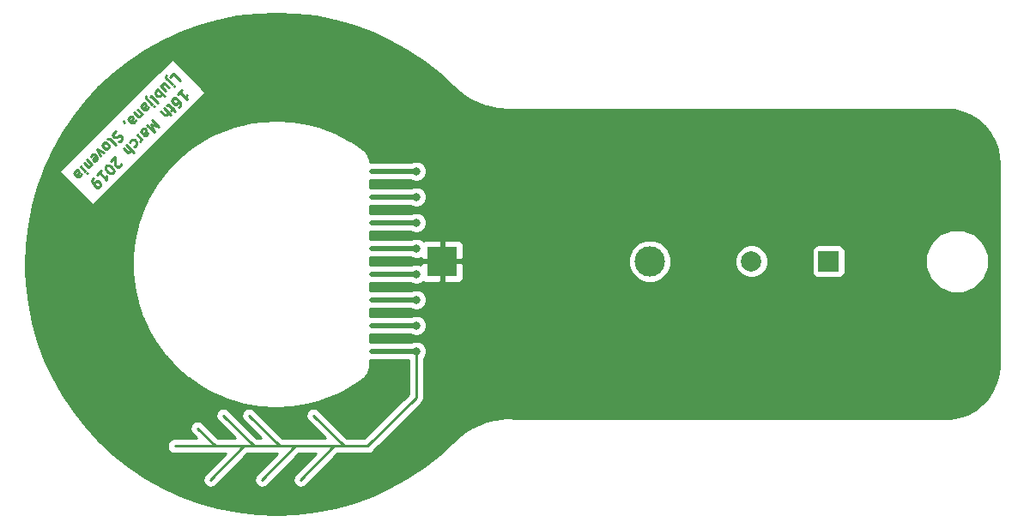
<source format=gtl>
G04 #@! TF.GenerationSoftware,KiCad,Pcbnew,(5.0.2)-1*
G04 #@! TF.CreationDate,2025-08-06T21:36:18+02:00*
G04 #@! TF.ProjectId,beerodul,62656572-6f64-4756-9c2e-6b696361645f,rev?*
G04 #@! TF.SameCoordinates,Original*
G04 #@! TF.FileFunction,Copper,L1,Top*
G04 #@! TF.FilePolarity,Positive*
%FSLAX46Y46*%
G04 Gerber Fmt 4.6, Leading zero omitted, Abs format (unit mm)*
G04 Created by KiCad (PCBNEW (5.0.2)-1) date 6. 08. 2025 21:36:18*
%MOMM*%
%LPD*%
G01*
G04 APERTURE LIST*
G04 #@! TA.AperFunction,NonConductor*
%ADD10C,0.250000*%
G04 #@! TD*
G04 #@! TA.AperFunction,ComponentPad*
%ADD11C,3.000000*%
G04 #@! TD*
G04 #@! TA.AperFunction,ComponentPad*
%ADD12R,3.000000X3.000000*%
G04 #@! TD*
G04 #@! TA.AperFunction,ComponentPad*
%ADD13R,2.000000X2.000000*%
G04 #@! TD*
G04 #@! TA.AperFunction,ComponentPad*
%ADD14C,2.000000*%
G04 #@! TD*
G04 #@! TA.AperFunction,ViaPad*
%ADD15C,0.800000*%
G04 #@! TD*
G04 #@! TA.AperFunction,Conductor*
%ADD16C,0.500000*%
G04 #@! TD*
G04 #@! TA.AperFunction,Conductor*
%ADD17C,0.250000*%
G04 #@! TD*
G04 #@! TA.AperFunction,Conductor*
%ADD18C,0.254000*%
G04 #@! TD*
G04 APERTURE END LIST*
D10*
X107276790Y-62230882D02*
X107680851Y-61826821D01*
X107478820Y-62028852D02*
X108185927Y-62735958D01*
X108152255Y-62567600D01*
X108152255Y-62432913D01*
X108185927Y-62331897D01*
X107377805Y-63544080D02*
X107512492Y-63409393D01*
X107546164Y-63308378D01*
X107546164Y-63241035D01*
X107512492Y-63072676D01*
X107411477Y-62904317D01*
X107142103Y-62634943D01*
X107041087Y-62601271D01*
X106973744Y-62601271D01*
X106872729Y-62634943D01*
X106738042Y-62769630D01*
X106704370Y-62870645D01*
X106704370Y-62937989D01*
X106738042Y-63039004D01*
X106906400Y-63207363D01*
X107007416Y-63241035D01*
X107074759Y-63241035D01*
X107175774Y-63207363D01*
X107310461Y-63072676D01*
X107344133Y-62971661D01*
X107344133Y-62904317D01*
X107310461Y-62803302D01*
X106872729Y-63577752D02*
X106603355Y-63847126D01*
X107007416Y-63914470D02*
X106401324Y-63308378D01*
X106300309Y-63274706D01*
X106199293Y-63308378D01*
X106131950Y-63375722D01*
X105896248Y-63611424D02*
X106603355Y-64318531D01*
X105593202Y-63914470D02*
X105963591Y-64284859D01*
X106064606Y-64318531D01*
X106165622Y-64284859D01*
X106266637Y-64183844D01*
X106300309Y-64082829D01*
X106300309Y-64015485D01*
X104717736Y-64789935D02*
X105424843Y-65497042D01*
X104684065Y-65227668D01*
X104953439Y-65968447D01*
X104246332Y-65261340D01*
X103606569Y-65901103D02*
X103976958Y-66271492D01*
X104077973Y-66305164D01*
X104178988Y-66271492D01*
X104313675Y-66136805D01*
X104347347Y-66035790D01*
X103640240Y-65934775D02*
X103673912Y-65833760D01*
X103842271Y-65665401D01*
X103943286Y-65631729D01*
X104044301Y-65665401D01*
X104111645Y-65732744D01*
X104145317Y-65833760D01*
X104111645Y-65934775D01*
X103943286Y-66103134D01*
X103909614Y-66204149D01*
X103269851Y-66237821D02*
X103741256Y-66709225D01*
X103606569Y-66574538D02*
X103640240Y-66675553D01*
X103640240Y-66742897D01*
X103606569Y-66843912D01*
X103539225Y-66911256D01*
X102562744Y-67012271D02*
X102596416Y-66911256D01*
X102731103Y-66776569D01*
X102832118Y-66742897D01*
X102899462Y-66742897D01*
X103000477Y-66776569D01*
X103202508Y-66978599D01*
X103236179Y-67079614D01*
X103236179Y-67146958D01*
X103202508Y-67247973D01*
X103067821Y-67382660D01*
X102966805Y-67416332D01*
X102226027Y-67281645D02*
X102933134Y-67988752D01*
X101922981Y-67584691D02*
X102293370Y-67955080D01*
X102394386Y-67988752D01*
X102495401Y-67955080D01*
X102596416Y-67854065D01*
X102630088Y-67753049D01*
X102630088Y-67685706D01*
X101720951Y-69066248D02*
X101720951Y-69133591D01*
X101687279Y-69234606D01*
X101518920Y-69402965D01*
X101417905Y-69436637D01*
X101350561Y-69436637D01*
X101249546Y-69402965D01*
X101182203Y-69335622D01*
X101114859Y-69200935D01*
X101114859Y-68392813D01*
X100677126Y-68830545D01*
X100946500Y-69975385D02*
X100879157Y-70042729D01*
X100778142Y-70076400D01*
X100710798Y-70076400D01*
X100609783Y-70042729D01*
X100441424Y-69941713D01*
X100273065Y-69773355D01*
X100172050Y-69604996D01*
X100138378Y-69503981D01*
X100138378Y-69436637D01*
X100172050Y-69335622D01*
X100239393Y-69268278D01*
X100340409Y-69234606D01*
X100407752Y-69234606D01*
X100508767Y-69268278D01*
X100677126Y-69369293D01*
X100845485Y-69537652D01*
X100946500Y-69706011D01*
X100980172Y-69807026D01*
X100980172Y-69874370D01*
X100946500Y-69975385D01*
X99330256Y-70177416D02*
X99734317Y-69773355D01*
X99532287Y-69975385D02*
X100239393Y-70682492D01*
X100205722Y-70514133D01*
X100205722Y-70379446D01*
X100239393Y-70278431D01*
X98993539Y-70514133D02*
X98858852Y-70648820D01*
X98825180Y-70749835D01*
X98825180Y-70817179D01*
X98858852Y-70985538D01*
X98959867Y-71153896D01*
X99229241Y-71423270D01*
X99330256Y-71456942D01*
X99397600Y-71456942D01*
X99498615Y-71423270D01*
X99633302Y-71288583D01*
X99666974Y-71187568D01*
X99666974Y-71120225D01*
X99633302Y-71019209D01*
X99464943Y-70850851D01*
X99363928Y-70817179D01*
X99296584Y-70817179D01*
X99195569Y-70850851D01*
X99060882Y-70985538D01*
X99027210Y-71086553D01*
X99027210Y-71153896D01*
X99060882Y-71254912D01*
X106493921Y-60538877D02*
X106830639Y-60202159D01*
X107537745Y-60909266D01*
X106729623Y-61245983D02*
X106123532Y-60639892D01*
X106089860Y-60538877D01*
X106123532Y-60437861D01*
X106157204Y-60404190D01*
X106965326Y-61481686D02*
X106965326Y-61414342D01*
X106897982Y-61414342D01*
X106897982Y-61481686D01*
X106965326Y-61481686D01*
X106897982Y-61414342D01*
X106089860Y-61885747D02*
X105618456Y-61414342D01*
X106392906Y-61582701D02*
X106022517Y-61212312D01*
X105921501Y-61178640D01*
X105820486Y-61212312D01*
X105719471Y-61313327D01*
X105685799Y-61414342D01*
X105685799Y-61481686D01*
X105281738Y-61751060D02*
X105988845Y-62458166D01*
X105719471Y-62188792D02*
X105685799Y-62289808D01*
X105551112Y-62424495D01*
X105450097Y-62458166D01*
X105382753Y-62458166D01*
X105281738Y-62424495D01*
X105079708Y-62222464D01*
X105046036Y-62121449D01*
X105046036Y-62054105D01*
X105079708Y-61953090D01*
X105214395Y-61818403D01*
X105315410Y-61784731D01*
X104540960Y-62491838D02*
X104641975Y-62458166D01*
X104742990Y-62491838D01*
X105349082Y-63097930D01*
X104742990Y-63232617D02*
X104136899Y-62626525D01*
X104103227Y-62525510D01*
X104136899Y-62424495D01*
X104170570Y-62390823D01*
X104978692Y-63468319D02*
X104978692Y-63400975D01*
X104911349Y-63400975D01*
X104911349Y-63468319D01*
X104978692Y-63468319D01*
X104911349Y-63400975D01*
X103631822Y-63400975D02*
X104002212Y-63771365D01*
X104103227Y-63805036D01*
X104204242Y-63771365D01*
X104338929Y-63636678D01*
X104372601Y-63535662D01*
X103665494Y-63434647D02*
X103699166Y-63333632D01*
X103867525Y-63165273D01*
X103968540Y-63131601D01*
X104069555Y-63165273D01*
X104136899Y-63232617D01*
X104170570Y-63333632D01*
X104136899Y-63434647D01*
X103968540Y-63603006D01*
X103934868Y-63704021D01*
X103766509Y-64209097D02*
X103295105Y-63737693D01*
X103699166Y-64141754D02*
X103699166Y-64209097D01*
X103665494Y-64310113D01*
X103564479Y-64411128D01*
X103463464Y-64444800D01*
X103362448Y-64411128D01*
X102992059Y-64040739D01*
X102352296Y-64680502D02*
X102722685Y-65050891D01*
X102823700Y-65084563D01*
X102924716Y-65050891D01*
X103059403Y-64916204D01*
X103093074Y-64815189D01*
X102385968Y-64714174D02*
X102419639Y-64613158D01*
X102587998Y-64444800D01*
X102689013Y-64411128D01*
X102790029Y-64444800D01*
X102857372Y-64512143D01*
X102891044Y-64613158D01*
X102857372Y-64714174D01*
X102689013Y-64882532D01*
X102655342Y-64983548D01*
X102015578Y-65084563D02*
X101981906Y-65050891D01*
X101948235Y-64949876D01*
X101948235Y-64882532D01*
X101207456Y-65892685D02*
X101072769Y-65960029D01*
X100904410Y-66128387D01*
X100870739Y-66229403D01*
X100870739Y-66296746D01*
X100904410Y-66397761D01*
X100971754Y-66465105D01*
X101072769Y-66498777D01*
X101140113Y-66498777D01*
X101241128Y-66465105D01*
X101409487Y-66364090D01*
X101510502Y-66330418D01*
X101577845Y-66330418D01*
X101678861Y-66364090D01*
X101746204Y-66431433D01*
X101779876Y-66532448D01*
X101779876Y-66599792D01*
X101746204Y-66700807D01*
X101577845Y-66869166D01*
X101443158Y-66936509D01*
X100365662Y-66667135D02*
X100466678Y-66633464D01*
X100567693Y-66667135D01*
X101173784Y-67273227D01*
X99995273Y-67037525D02*
X100096288Y-67003853D01*
X100163632Y-67003853D01*
X100264647Y-67037525D01*
X100466678Y-67239555D01*
X100500349Y-67340570D01*
X100500349Y-67407914D01*
X100466678Y-67508929D01*
X100365662Y-67609944D01*
X100264647Y-67643616D01*
X100197304Y-67643616D01*
X100096288Y-67609944D01*
X99894258Y-67407914D01*
X99860586Y-67306899D01*
X99860586Y-67239555D01*
X99894258Y-67138540D01*
X99995273Y-67037525D01*
X99995273Y-67980334D02*
X99355510Y-67677288D01*
X99658556Y-68317051D01*
X98682075Y-68418066D02*
X98715747Y-68317051D01*
X98850434Y-68182364D01*
X98951449Y-68148692D01*
X99052464Y-68182364D01*
X99321838Y-68451738D01*
X99355510Y-68552753D01*
X99321838Y-68653769D01*
X99187151Y-68788456D01*
X99086136Y-68822127D01*
X98985121Y-68788456D01*
X98917777Y-68721112D01*
X99187151Y-68317051D01*
X98783090Y-69192517D02*
X98311686Y-68721112D01*
X98715747Y-69125173D02*
X98715747Y-69192517D01*
X98682075Y-69293532D01*
X98581060Y-69394547D01*
X98480044Y-69428219D01*
X98379029Y-69394547D01*
X98008640Y-69024158D01*
X97671922Y-69360875D02*
X98143327Y-69832280D01*
X98379029Y-70067982D02*
X98379029Y-70000639D01*
X98311686Y-70000639D01*
X98311686Y-70067982D01*
X98379029Y-70067982D01*
X98311686Y-70000639D01*
X97032159Y-70000639D02*
X97402548Y-70371028D01*
X97503564Y-70404700D01*
X97604579Y-70371028D01*
X97739266Y-70236341D01*
X97772938Y-70135326D01*
X97065831Y-70034310D02*
X97099503Y-69933295D01*
X97267861Y-69764936D01*
X97368877Y-69731265D01*
X97469892Y-69764936D01*
X97537235Y-69832280D01*
X97570907Y-69933295D01*
X97537235Y-70034310D01*
X97368877Y-70202669D01*
X97335205Y-70303684D01*
D11*
G04 #@! TO.P,BT1,2*
G04 #@! TO.N,Net-(BT1-Pad2)*
X153840000Y-78740000D03*
D12*
G04 #@! TO.P,BT1,1*
G04 #@! TO.N,Net-(BT1-Pad1)*
X133350000Y-78740000D03*
G04 #@! TD*
D13*
G04 #@! TO.P,BZ1,1*
G04 #@! TO.N,Net-(BZ1-Pad1)*
X171470000Y-78740000D03*
D14*
G04 #@! TO.P,BZ1,2*
G04 #@! TO.N,Net-(BT1-Pad2)*
X163870000Y-78740000D03*
G04 #@! TD*
D15*
G04 #@! TO.N,Net-(BZ1-Pad1)*
X130810000Y-69850000D03*
X130810000Y-72390000D03*
X130810000Y-74930000D03*
X130810000Y-77470000D03*
X130810000Y-80010000D03*
X130810000Y-82550000D03*
X130810000Y-85090000D03*
X130810000Y-87630000D03*
G04 #@! TD*
D16*
G04 #@! TO.N,Net-(BZ1-Pad1)*
X130810000Y-69850000D02*
X126365000Y-69850000D01*
X130810000Y-72390000D02*
X126365000Y-72390000D01*
X130810000Y-74930000D02*
X126365000Y-74930000D01*
X130810000Y-77470000D02*
X126365000Y-77470000D01*
X130810000Y-80010000D02*
X126365000Y-80010000D01*
X130810000Y-82550000D02*
X126365000Y-82550000D01*
X130810000Y-85090000D02*
X126365000Y-85090000D01*
X130810000Y-87630000D02*
X126365000Y-87630000D01*
D17*
X130810000Y-87630000D02*
X130810000Y-92190000D01*
X130810000Y-92190000D02*
X126000000Y-97000000D01*
X121920000Y-97000000D02*
X119860000Y-97000000D01*
X119860000Y-97000000D02*
X118900000Y-97000000D01*
X118900000Y-97000000D02*
X115570000Y-100330000D01*
X124460000Y-97000000D02*
X123670000Y-97000000D01*
X124460000Y-97000000D02*
X121920000Y-97000000D01*
X126000000Y-97000000D02*
X124460000Y-97000000D01*
X123670000Y-97000000D02*
X120650000Y-93980000D01*
X123670000Y-97000000D02*
X122710000Y-97000000D01*
X122710000Y-97000000D02*
X119380000Y-100330000D01*
X115570000Y-97000000D02*
X114780000Y-97000000D01*
X114780000Y-97000000D02*
X111760000Y-93980000D01*
X114780000Y-97000000D02*
X113820000Y-97000000D01*
X113820000Y-97000000D02*
X110490000Y-100330000D01*
X111760000Y-97000000D02*
X110970000Y-97000000D01*
X111760000Y-97000000D02*
X107000000Y-97000000D01*
X115570000Y-97000000D02*
X111760000Y-97000000D01*
X110970000Y-97000000D02*
X109220000Y-95250000D01*
X118110000Y-97000000D02*
X117320000Y-97000000D01*
X118110000Y-97000000D02*
X115570000Y-97000000D01*
X121920000Y-97000000D02*
X118110000Y-97000000D01*
X117320000Y-97000000D02*
X114300000Y-93980000D01*
G04 #@! TD*
D18*
G04 #@! TO.N,Net-(BT1-Pad1)*
G36*
X118939530Y-54355928D02*
X120867102Y-54584072D01*
X122770824Y-54962745D01*
X124638987Y-55489622D01*
X126460046Y-56161446D01*
X128222762Y-56974069D01*
X129916316Y-57922505D01*
X131530211Y-59000876D01*
X133054532Y-60202553D01*
X134495474Y-61534545D01*
X134676466Y-61709022D01*
X134695235Y-61724605D01*
X134712656Y-61741664D01*
X134727524Y-61753877D01*
X135546027Y-62408450D01*
X135583059Y-62433807D01*
X135619404Y-62460116D01*
X135635903Y-62469990D01*
X135635915Y-62469998D01*
X135635925Y-62470003D01*
X136542180Y-62996398D01*
X136582541Y-63015997D01*
X136622387Y-63036651D01*
X136640163Y-63043977D01*
X136640177Y-63043984D01*
X136640189Y-63043988D01*
X137614294Y-63430647D01*
X137657124Y-63444069D01*
X137699571Y-63458602D01*
X137718249Y-63463225D01*
X138738819Y-63701658D01*
X138783152Y-63708600D01*
X138827290Y-63716701D01*
X138846444Y-63718512D01*
X138846447Y-63718512D01*
X139891050Y-63803476D01*
X139935936Y-63803790D01*
X139980773Y-63805277D01*
X139999970Y-63804237D01*
X139999987Y-63804237D01*
X140000001Y-63804235D01*
X141028807Y-63735000D01*
X182969843Y-63735000D01*
X183859504Y-63808143D01*
X184695929Y-64018238D01*
X185486810Y-64362123D01*
X186210902Y-64830560D01*
X186848766Y-65410973D01*
X187383265Y-66087767D01*
X187800049Y-66842769D01*
X188087927Y-67655713D01*
X188241427Y-68517453D01*
X188265000Y-69017320D01*
X188265001Y-88969820D01*
X188191857Y-89859504D01*
X187981761Y-90695930D01*
X187637877Y-91486809D01*
X187169443Y-92210898D01*
X186589030Y-92848763D01*
X185912233Y-93383265D01*
X185157227Y-93800052D01*
X184344287Y-94087928D01*
X183482547Y-94241427D01*
X182982680Y-94265000D01*
X141045838Y-94265000D01*
X140829341Y-94238225D01*
X140804978Y-94237033D01*
X140780797Y-94233850D01*
X140761574Y-94233011D01*
X139714010Y-94201005D01*
X139669160Y-94202963D01*
X139624310Y-94203746D01*
X139605190Y-94205755D01*
X139605174Y-94205756D01*
X139605161Y-94205759D01*
X138564387Y-94328943D01*
X138520327Y-94337507D01*
X138476079Y-94344912D01*
X138457456Y-94349727D01*
X138457448Y-94349729D01*
X138457441Y-94349731D01*
X137446301Y-94625399D01*
X137403986Y-94640384D01*
X137361322Y-94654246D01*
X137343610Y-94661764D01*
X136384316Y-95083864D01*
X136344686Y-95104936D01*
X136304534Y-95124955D01*
X136288128Y-95135008D01*
X135401761Y-95694264D01*
X135365677Y-95720965D01*
X135328930Y-95746696D01*
X135314197Y-95759058D01*
X135314189Y-95759064D01*
X135314183Y-95759070D01*
X134520222Y-96443190D01*
X134515192Y-96448220D01*
X134501081Y-96460272D01*
X133054532Y-97797447D01*
X131530211Y-98999124D01*
X129916316Y-100077495D01*
X128222762Y-101025931D01*
X126460046Y-101838554D01*
X124638987Y-102510378D01*
X122770824Y-103037255D01*
X120867102Y-103415928D01*
X118939530Y-103644072D01*
X117000000Y-103720276D01*
X115060470Y-103644072D01*
X113132898Y-103415928D01*
X111229176Y-103037255D01*
X109361013Y-102510378D01*
X107539954Y-101838554D01*
X105777228Y-101025926D01*
X104083684Y-100077495D01*
X102469789Y-98999124D01*
X100945468Y-97797447D01*
X99520119Y-96479869D01*
X98202553Y-95054532D01*
X97000876Y-93530211D01*
X95922505Y-91916316D01*
X94974069Y-90222762D01*
X94161446Y-88460046D01*
X93489622Y-86638987D01*
X92962745Y-84770824D01*
X92584072Y-82867102D01*
X92355928Y-80939530D01*
X92306165Y-79672969D01*
X102781938Y-79672969D01*
X102783861Y-79711334D01*
X102785655Y-79749813D01*
X102785918Y-79752365D01*
X102937780Y-81204575D01*
X102943848Y-81242584D01*
X102949775Y-81280567D01*
X102950312Y-81283076D01*
X103258123Y-82710390D01*
X103268251Y-82747490D01*
X103278254Y-82784643D01*
X103279059Y-82787079D01*
X103739219Y-84172803D01*
X103753329Y-84208679D01*
X103767253Y-84244447D01*
X103768316Y-84246782D01*
X104375442Y-85574703D01*
X104393304Y-85608769D01*
X104411049Y-85642900D01*
X104412358Y-85645107D01*
X105159347Y-86899691D01*
X105180757Y-86931589D01*
X105202111Y-86963644D01*
X105203651Y-86965697D01*
X106081764Y-88132267D01*
X106106556Y-88161740D01*
X106131185Y-88191228D01*
X106132930Y-88193093D01*
X106132938Y-88193103D01*
X106132947Y-88193112D01*
X107131904Y-89258015D01*
X107159694Y-89284600D01*
X107187404Y-89311294D01*
X107189349Y-89312968D01*
X108297483Y-90263764D01*
X108328032Y-90287230D01*
X108358412Y-90310737D01*
X108360526Y-90312191D01*
X109564864Y-91137748D01*
X109597772Y-91157781D01*
X109630509Y-91177866D01*
X109632768Y-91179084D01*
X110919221Y-91869744D01*
X110954163Y-91886134D01*
X110988815Y-91902537D01*
X110991184Y-91903500D01*
X110991193Y-91903504D01*
X110991203Y-91903507D01*
X112344711Y-92451188D01*
X112381078Y-92463661D01*
X112417440Y-92476274D01*
X112419907Y-92476978D01*
X113824660Y-92875280D01*
X113862274Y-92883778D01*
X113899672Y-92892364D01*
X113902201Y-92892798D01*
X115341755Y-93137058D01*
X115379848Y-93141418D01*
X115418173Y-93145941D01*
X115420734Y-93146098D01*
X116878246Y-93233459D01*
X116916644Y-93233680D01*
X116955178Y-93234037D01*
X116957741Y-93233917D01*
X118416163Y-93163356D01*
X118454484Y-93159416D01*
X118492706Y-93155622D01*
X118495240Y-93155226D01*
X118495243Y-93155226D01*
X118495246Y-93155225D01*
X119937513Y-92927570D01*
X119975095Y-92919534D01*
X120012774Y-92911615D01*
X120015252Y-92910947D01*
X121424501Y-92528857D01*
X121461108Y-92516772D01*
X121497598Y-92504867D01*
X121499983Y-92503938D01*
X121499990Y-92503936D01*
X121499996Y-92503933D01*
X122859728Y-91971884D01*
X122894811Y-91955918D01*
X122929808Y-91940139D01*
X122932069Y-91938963D01*
X122932084Y-91938956D01*
X122932098Y-91938948D01*
X124226410Y-91263164D01*
X124259570Y-91243498D01*
X124292651Y-91224036D01*
X124294778Y-91222618D01*
X124294787Y-91222613D01*
X124294795Y-91222607D01*
X125508557Y-90410988D01*
X125572154Y-90363290D01*
X125579450Y-90356470D01*
X125581572Y-90355260D01*
X125688679Y-90262367D01*
X125748848Y-90184840D01*
X125818237Y-90115451D01*
X126035010Y-89791027D01*
X126067964Y-89711469D01*
X126144757Y-89526074D01*
X126220877Y-89143391D01*
X126220877Y-89143389D01*
X126235000Y-89072388D01*
X126235000Y-88506480D01*
X126277835Y-88515000D01*
X130050000Y-88515000D01*
X130050001Y-91875197D01*
X125685199Y-96240000D01*
X123984802Y-96240000D01*
X121134472Y-93389671D01*
X120946537Y-93264097D01*
X120650000Y-93205112D01*
X120353463Y-93264097D01*
X120102071Y-93432071D01*
X119934097Y-93683463D01*
X119875112Y-93980000D01*
X119934097Y-94276537D01*
X120059671Y-94464472D01*
X121835198Y-96240000D01*
X118974846Y-96240000D01*
X118899999Y-96225112D01*
X118825152Y-96240000D01*
X117634802Y-96240000D01*
X114784472Y-93389671D01*
X114596537Y-93264097D01*
X114300000Y-93205112D01*
X114003463Y-93264097D01*
X113752071Y-93432071D01*
X113584097Y-93683463D01*
X113525112Y-93980000D01*
X113584097Y-94276537D01*
X113709671Y-94464472D01*
X115485198Y-96240000D01*
X115094802Y-96240000D01*
X112244472Y-93389671D01*
X112056537Y-93264097D01*
X111760000Y-93205112D01*
X111463463Y-93264097D01*
X111212071Y-93432071D01*
X111044097Y-93683463D01*
X110985112Y-93980000D01*
X111044097Y-94276537D01*
X111169671Y-94464472D01*
X112945198Y-96240000D01*
X111284802Y-96240000D01*
X109704472Y-94659671D01*
X109516537Y-94534097D01*
X109220000Y-94475112D01*
X108923463Y-94534097D01*
X108672071Y-94702071D01*
X108504097Y-94953463D01*
X108445112Y-95250000D01*
X108504097Y-95546537D01*
X108629671Y-95734472D01*
X109135199Y-96240000D01*
X106925148Y-96240000D01*
X106703463Y-96284096D01*
X106452071Y-96452071D01*
X106284096Y-96703463D01*
X106225111Y-97000000D01*
X106284096Y-97296537D01*
X106452071Y-97547929D01*
X106703463Y-97715904D01*
X106925148Y-97760000D01*
X110895152Y-97760000D01*
X110970000Y-97774888D01*
X111044848Y-97760000D01*
X111985198Y-97760000D01*
X109899671Y-99845528D01*
X109774097Y-100033463D01*
X109715112Y-100330000D01*
X109774097Y-100626537D01*
X109942071Y-100877929D01*
X110193463Y-101045903D01*
X110490000Y-101104888D01*
X110786537Y-101045903D01*
X110974472Y-100920329D01*
X114134802Y-97760000D01*
X114705153Y-97760000D01*
X114780000Y-97774888D01*
X114854847Y-97760000D01*
X117065198Y-97760000D01*
X114979671Y-99845528D01*
X114854097Y-100033463D01*
X114795112Y-100330000D01*
X114854097Y-100626537D01*
X115022071Y-100877929D01*
X115273463Y-101045903D01*
X115570000Y-101104888D01*
X115866537Y-101045903D01*
X116054472Y-100920329D01*
X119214802Y-97760000D01*
X120875198Y-97760000D01*
X118789671Y-99845528D01*
X118664097Y-100033463D01*
X118605112Y-100330000D01*
X118664097Y-100626537D01*
X118832071Y-100877929D01*
X119083463Y-101045903D01*
X119380000Y-101104888D01*
X119676537Y-101045903D01*
X119864472Y-100920329D01*
X123024802Y-97760000D01*
X123595153Y-97760000D01*
X123670000Y-97774888D01*
X123744847Y-97760000D01*
X125925153Y-97760000D01*
X126000000Y-97774888D01*
X126074847Y-97760000D01*
X126074852Y-97760000D01*
X126296537Y-97715904D01*
X126547929Y-97547929D01*
X126590331Y-97484470D01*
X131294473Y-92780329D01*
X131357929Y-92737929D01*
X131525904Y-92486537D01*
X131570000Y-92264852D01*
X131570000Y-92264848D01*
X131584888Y-92190001D01*
X131570000Y-92115154D01*
X131570000Y-88333711D01*
X131687431Y-88216280D01*
X131845000Y-87835874D01*
X131845000Y-87424126D01*
X131687431Y-87043720D01*
X131396280Y-86752569D01*
X131015874Y-86595000D01*
X130604126Y-86595000D01*
X130241993Y-86745000D01*
X126277835Y-86745000D01*
X126235000Y-86753520D01*
X126235000Y-85966480D01*
X126277835Y-85975000D01*
X130241993Y-85975000D01*
X130604126Y-86125000D01*
X131015874Y-86125000D01*
X131396280Y-85967431D01*
X131687431Y-85676280D01*
X131845000Y-85295874D01*
X131845000Y-84884126D01*
X131687431Y-84503720D01*
X131396280Y-84212569D01*
X131015874Y-84055000D01*
X130604126Y-84055000D01*
X130241993Y-84205000D01*
X126277835Y-84205000D01*
X126235000Y-84213520D01*
X126235000Y-83426480D01*
X126277835Y-83435000D01*
X130241993Y-83435000D01*
X130604126Y-83585000D01*
X131015874Y-83585000D01*
X131396280Y-83427431D01*
X131687431Y-83136280D01*
X131845000Y-82755874D01*
X131845000Y-82344126D01*
X131687431Y-81963720D01*
X131396280Y-81672569D01*
X131015874Y-81515000D01*
X130604126Y-81515000D01*
X130241993Y-81665000D01*
X126277835Y-81665000D01*
X126235000Y-81673520D01*
X126235000Y-80886480D01*
X126277835Y-80895000D01*
X130241993Y-80895000D01*
X130604126Y-81045000D01*
X131015874Y-81045000D01*
X131396280Y-80887431D01*
X131500967Y-80782744D01*
X131723691Y-80875000D01*
X133064250Y-80875000D01*
X133223000Y-80716250D01*
X133223000Y-78867000D01*
X133477000Y-78867000D01*
X133477000Y-80716250D01*
X133635750Y-80875000D01*
X134976309Y-80875000D01*
X135209698Y-80778327D01*
X135388327Y-80599699D01*
X135485000Y-80366310D01*
X135485000Y-79025750D01*
X135326250Y-78867000D01*
X133477000Y-78867000D01*
X133223000Y-78867000D01*
X131373750Y-78867000D01*
X131215000Y-79025750D01*
X131215000Y-79057481D01*
X131015874Y-78975000D01*
X130604126Y-78975000D01*
X130241993Y-79125000D01*
X126277835Y-79125000D01*
X126235000Y-79133520D01*
X126235000Y-78346480D01*
X126277835Y-78355000D01*
X130241993Y-78355000D01*
X130604126Y-78505000D01*
X131015874Y-78505000D01*
X131215000Y-78422519D01*
X131215000Y-78454250D01*
X131373750Y-78613000D01*
X133223000Y-78613000D01*
X133223000Y-76763750D01*
X133477000Y-76763750D01*
X133477000Y-78613000D01*
X135326250Y-78613000D01*
X135485000Y-78454250D01*
X135485000Y-78315322D01*
X151705000Y-78315322D01*
X151705000Y-79164678D01*
X152030034Y-79949380D01*
X152630620Y-80549966D01*
X153415322Y-80875000D01*
X154264678Y-80875000D01*
X155049380Y-80549966D01*
X155649966Y-79949380D01*
X155975000Y-79164678D01*
X155975000Y-78414778D01*
X162235000Y-78414778D01*
X162235000Y-79065222D01*
X162483914Y-79666153D01*
X162943847Y-80126086D01*
X163544778Y-80375000D01*
X164195222Y-80375000D01*
X164796153Y-80126086D01*
X165256086Y-79666153D01*
X165505000Y-79065222D01*
X165505000Y-78414778D01*
X165256086Y-77813847D01*
X165182239Y-77740000D01*
X169822560Y-77740000D01*
X169822560Y-79740000D01*
X169871843Y-79987765D01*
X170012191Y-80197809D01*
X170222235Y-80338157D01*
X170470000Y-80387440D01*
X172470000Y-80387440D01*
X172717765Y-80338157D01*
X172927809Y-80197809D01*
X173068157Y-79987765D01*
X173117440Y-79740000D01*
X173117440Y-78116410D01*
X181015000Y-78116410D01*
X181015000Y-79363590D01*
X181492276Y-80515835D01*
X182374165Y-81397724D01*
X183526410Y-81875000D01*
X184773590Y-81875000D01*
X185925835Y-81397724D01*
X186807724Y-80515835D01*
X187285000Y-79363590D01*
X187285000Y-78116410D01*
X186807724Y-76964165D01*
X185925835Y-76082276D01*
X184773590Y-75605000D01*
X183526410Y-75605000D01*
X182374165Y-76082276D01*
X181492276Y-76964165D01*
X181015000Y-78116410D01*
X173117440Y-78116410D01*
X173117440Y-77740000D01*
X173068157Y-77492235D01*
X172927809Y-77282191D01*
X172717765Y-77141843D01*
X172470000Y-77092560D01*
X170470000Y-77092560D01*
X170222235Y-77141843D01*
X170012191Y-77282191D01*
X169871843Y-77492235D01*
X169822560Y-77740000D01*
X165182239Y-77740000D01*
X164796153Y-77353914D01*
X164195222Y-77105000D01*
X163544778Y-77105000D01*
X162943847Y-77353914D01*
X162483914Y-77813847D01*
X162235000Y-78414778D01*
X155975000Y-78414778D01*
X155975000Y-78315322D01*
X155649966Y-77530620D01*
X155049380Y-76930034D01*
X154264678Y-76605000D01*
X153415322Y-76605000D01*
X152630620Y-76930034D01*
X152030034Y-77530620D01*
X151705000Y-78315322D01*
X135485000Y-78315322D01*
X135485000Y-77113690D01*
X135388327Y-76880301D01*
X135209698Y-76701673D01*
X134976309Y-76605000D01*
X133635750Y-76605000D01*
X133477000Y-76763750D01*
X133223000Y-76763750D01*
X133064250Y-76605000D01*
X131723691Y-76605000D01*
X131500967Y-76697256D01*
X131396280Y-76592569D01*
X131015874Y-76435000D01*
X130604126Y-76435000D01*
X130241993Y-76585000D01*
X126277835Y-76585000D01*
X126235000Y-76593520D01*
X126235000Y-75806480D01*
X126277835Y-75815000D01*
X130241993Y-75815000D01*
X130604126Y-75965000D01*
X131015874Y-75965000D01*
X131396280Y-75807431D01*
X131687431Y-75516280D01*
X131845000Y-75135874D01*
X131845000Y-74724126D01*
X131687431Y-74343720D01*
X131396280Y-74052569D01*
X131015874Y-73895000D01*
X130604126Y-73895000D01*
X130241993Y-74045000D01*
X126277835Y-74045000D01*
X126235000Y-74053520D01*
X126235000Y-73266480D01*
X126277835Y-73275000D01*
X130241993Y-73275000D01*
X130604126Y-73425000D01*
X131015874Y-73425000D01*
X131396280Y-73267431D01*
X131687431Y-72976280D01*
X131845000Y-72595874D01*
X131845000Y-72184126D01*
X131687431Y-71803720D01*
X131396280Y-71512569D01*
X131015874Y-71355000D01*
X130604126Y-71355000D01*
X130241993Y-71505000D01*
X126277835Y-71505000D01*
X126235000Y-71513520D01*
X126235000Y-70726480D01*
X126277835Y-70735000D01*
X130241993Y-70735000D01*
X130604126Y-70885000D01*
X131015874Y-70885000D01*
X131396280Y-70727431D01*
X131687431Y-70436280D01*
X131845000Y-70055874D01*
X131845000Y-69644126D01*
X131687431Y-69263720D01*
X131396280Y-68972569D01*
X131015874Y-68815000D01*
X130604126Y-68815000D01*
X130241993Y-68965000D01*
X126277835Y-68965000D01*
X126235000Y-68973520D01*
X126235000Y-68927612D01*
X126229880Y-68901873D01*
X126223100Y-68806473D01*
X126197179Y-68711824D01*
X126183302Y-68614681D01*
X126053828Y-68246609D01*
X125978629Y-68119608D01*
X125907713Y-67999839D01*
X125647239Y-67709333D01*
X125644372Y-67707183D01*
X125634032Y-67694990D01*
X125576368Y-67640270D01*
X125513132Y-67592095D01*
X125511007Y-67590657D01*
X124390279Y-66834717D01*
X124358583Y-66815748D01*
X124326938Y-66796484D01*
X124324675Y-66795275D01*
X123035819Y-66109109D01*
X123000891Y-66092874D01*
X122966110Y-66076558D01*
X122963730Y-66075600D01*
X121608307Y-65532643D01*
X121571741Y-65520245D01*
X121535491Y-65507812D01*
X121533021Y-65507116D01*
X120126887Y-65113720D01*
X120089154Y-65105334D01*
X120051815Y-65096898D01*
X120049299Y-65096476D01*
X120049284Y-65096473D01*
X120049269Y-65096471D01*
X118608889Y-64857240D01*
X118570784Y-64853013D01*
X118532439Y-64848623D01*
X118529877Y-64848475D01*
X117072069Y-64766203D01*
X117033692Y-64766116D01*
X116995136Y-64765893D01*
X116992574Y-64766022D01*
X116992572Y-64766022D01*
X115534407Y-64841673D01*
X115496174Y-64845739D01*
X115457890Y-64849674D01*
X115455356Y-64850079D01*
X114013888Y-65082769D01*
X113976216Y-65090962D01*
X113938684Y-65098987D01*
X113936213Y-65099662D01*
X113936208Y-65099663D01*
X113936203Y-65099665D01*
X112528303Y-65486669D01*
X112491756Y-65498876D01*
X112455290Y-65510914D01*
X112452908Y-65511852D01*
X112452901Y-65511854D01*
X112452895Y-65511857D01*
X111095027Y-66048649D01*
X111060066Y-66064707D01*
X111025058Y-66080638D01*
X111022786Y-66081830D01*
X109730827Y-66762136D01*
X109697794Y-66781883D01*
X109664724Y-66801494D01*
X109662593Y-66802925D01*
X108451664Y-67618781D01*
X108420911Y-67642014D01*
X108390197Y-67665049D01*
X108388233Y-67666701D01*
X107272499Y-68608566D01*
X107244532Y-68634893D01*
X107216389Y-68661200D01*
X107214615Y-68663055D01*
X106207127Y-69719909D01*
X106182118Y-69749160D01*
X106157030Y-69778296D01*
X106155467Y-69780331D01*
X105268011Y-70939812D01*
X105246312Y-70971586D01*
X105224512Y-71003268D01*
X105223178Y-71005460D01*
X104466137Y-72254004D01*
X104448033Y-72287867D01*
X104429746Y-72321786D01*
X104428657Y-72324110D01*
X103810885Y-73647111D01*
X103796542Y-73682736D01*
X103782027Y-73718427D01*
X103781195Y-73720854D01*
X103309920Y-75102835D01*
X103299487Y-75139876D01*
X103288933Y-75176851D01*
X103288373Y-75179336D01*
X103288368Y-75179354D01*
X103288365Y-75179372D01*
X102969103Y-76604150D01*
X102962763Y-76641915D01*
X102956232Y-76680000D01*
X102955941Y-76682549D01*
X102792420Y-78133492D01*
X102790192Y-78171787D01*
X102787816Y-78210287D01*
X102787802Y-78212853D01*
X102781938Y-79672969D01*
X92306165Y-79672969D01*
X92279724Y-79000000D01*
X92355928Y-77060470D01*
X92584072Y-75132898D01*
X92962745Y-73229176D01*
X93489622Y-71361013D01*
X94031147Y-69893143D01*
X95513143Y-69893143D01*
X98886042Y-73266042D01*
X110096042Y-62056043D01*
X106723142Y-58683144D01*
X95513143Y-69893143D01*
X94031147Y-69893143D01*
X94161446Y-69539954D01*
X94974069Y-67777238D01*
X95922505Y-66083684D01*
X97000876Y-64469789D01*
X98202553Y-62945468D01*
X99520119Y-61520131D01*
X100945468Y-60202553D01*
X102469789Y-59000876D01*
X104083684Y-57922505D01*
X105777228Y-56974074D01*
X107539954Y-56161446D01*
X109361013Y-55489622D01*
X111229176Y-54962745D01*
X113132898Y-54584072D01*
X115060470Y-54355928D01*
X117000000Y-54279724D01*
X118939530Y-54355928D01*
X118939530Y-54355928D01*
G37*
X118939530Y-54355928D02*
X120867102Y-54584072D01*
X122770824Y-54962745D01*
X124638987Y-55489622D01*
X126460046Y-56161446D01*
X128222762Y-56974069D01*
X129916316Y-57922505D01*
X131530211Y-59000876D01*
X133054532Y-60202553D01*
X134495474Y-61534545D01*
X134676466Y-61709022D01*
X134695235Y-61724605D01*
X134712656Y-61741664D01*
X134727524Y-61753877D01*
X135546027Y-62408450D01*
X135583059Y-62433807D01*
X135619404Y-62460116D01*
X135635903Y-62469990D01*
X135635915Y-62469998D01*
X135635925Y-62470003D01*
X136542180Y-62996398D01*
X136582541Y-63015997D01*
X136622387Y-63036651D01*
X136640163Y-63043977D01*
X136640177Y-63043984D01*
X136640189Y-63043988D01*
X137614294Y-63430647D01*
X137657124Y-63444069D01*
X137699571Y-63458602D01*
X137718249Y-63463225D01*
X138738819Y-63701658D01*
X138783152Y-63708600D01*
X138827290Y-63716701D01*
X138846444Y-63718512D01*
X138846447Y-63718512D01*
X139891050Y-63803476D01*
X139935936Y-63803790D01*
X139980773Y-63805277D01*
X139999970Y-63804237D01*
X139999987Y-63804237D01*
X140000001Y-63804235D01*
X141028807Y-63735000D01*
X182969843Y-63735000D01*
X183859504Y-63808143D01*
X184695929Y-64018238D01*
X185486810Y-64362123D01*
X186210902Y-64830560D01*
X186848766Y-65410973D01*
X187383265Y-66087767D01*
X187800049Y-66842769D01*
X188087927Y-67655713D01*
X188241427Y-68517453D01*
X188265000Y-69017320D01*
X188265001Y-88969820D01*
X188191857Y-89859504D01*
X187981761Y-90695930D01*
X187637877Y-91486809D01*
X187169443Y-92210898D01*
X186589030Y-92848763D01*
X185912233Y-93383265D01*
X185157227Y-93800052D01*
X184344287Y-94087928D01*
X183482547Y-94241427D01*
X182982680Y-94265000D01*
X141045838Y-94265000D01*
X140829341Y-94238225D01*
X140804978Y-94237033D01*
X140780797Y-94233850D01*
X140761574Y-94233011D01*
X139714010Y-94201005D01*
X139669160Y-94202963D01*
X139624310Y-94203746D01*
X139605190Y-94205755D01*
X139605174Y-94205756D01*
X139605161Y-94205759D01*
X138564387Y-94328943D01*
X138520327Y-94337507D01*
X138476079Y-94344912D01*
X138457456Y-94349727D01*
X138457448Y-94349729D01*
X138457441Y-94349731D01*
X137446301Y-94625399D01*
X137403986Y-94640384D01*
X137361322Y-94654246D01*
X137343610Y-94661764D01*
X136384316Y-95083864D01*
X136344686Y-95104936D01*
X136304534Y-95124955D01*
X136288128Y-95135008D01*
X135401761Y-95694264D01*
X135365677Y-95720965D01*
X135328930Y-95746696D01*
X135314197Y-95759058D01*
X135314189Y-95759064D01*
X135314183Y-95759070D01*
X134520222Y-96443190D01*
X134515192Y-96448220D01*
X134501081Y-96460272D01*
X133054532Y-97797447D01*
X131530211Y-98999124D01*
X129916316Y-100077495D01*
X128222762Y-101025931D01*
X126460046Y-101838554D01*
X124638987Y-102510378D01*
X122770824Y-103037255D01*
X120867102Y-103415928D01*
X118939530Y-103644072D01*
X117000000Y-103720276D01*
X115060470Y-103644072D01*
X113132898Y-103415928D01*
X111229176Y-103037255D01*
X109361013Y-102510378D01*
X107539954Y-101838554D01*
X105777228Y-101025926D01*
X104083684Y-100077495D01*
X102469789Y-98999124D01*
X100945468Y-97797447D01*
X99520119Y-96479869D01*
X98202553Y-95054532D01*
X97000876Y-93530211D01*
X95922505Y-91916316D01*
X94974069Y-90222762D01*
X94161446Y-88460046D01*
X93489622Y-86638987D01*
X92962745Y-84770824D01*
X92584072Y-82867102D01*
X92355928Y-80939530D01*
X92306165Y-79672969D01*
X102781938Y-79672969D01*
X102783861Y-79711334D01*
X102785655Y-79749813D01*
X102785918Y-79752365D01*
X102937780Y-81204575D01*
X102943848Y-81242584D01*
X102949775Y-81280567D01*
X102950312Y-81283076D01*
X103258123Y-82710390D01*
X103268251Y-82747490D01*
X103278254Y-82784643D01*
X103279059Y-82787079D01*
X103739219Y-84172803D01*
X103753329Y-84208679D01*
X103767253Y-84244447D01*
X103768316Y-84246782D01*
X104375442Y-85574703D01*
X104393304Y-85608769D01*
X104411049Y-85642900D01*
X104412358Y-85645107D01*
X105159347Y-86899691D01*
X105180757Y-86931589D01*
X105202111Y-86963644D01*
X105203651Y-86965697D01*
X106081764Y-88132267D01*
X106106556Y-88161740D01*
X106131185Y-88191228D01*
X106132930Y-88193093D01*
X106132938Y-88193103D01*
X106132947Y-88193112D01*
X107131904Y-89258015D01*
X107159694Y-89284600D01*
X107187404Y-89311294D01*
X107189349Y-89312968D01*
X108297483Y-90263764D01*
X108328032Y-90287230D01*
X108358412Y-90310737D01*
X108360526Y-90312191D01*
X109564864Y-91137748D01*
X109597772Y-91157781D01*
X109630509Y-91177866D01*
X109632768Y-91179084D01*
X110919221Y-91869744D01*
X110954163Y-91886134D01*
X110988815Y-91902537D01*
X110991184Y-91903500D01*
X110991193Y-91903504D01*
X110991203Y-91903507D01*
X112344711Y-92451188D01*
X112381078Y-92463661D01*
X112417440Y-92476274D01*
X112419907Y-92476978D01*
X113824660Y-92875280D01*
X113862274Y-92883778D01*
X113899672Y-92892364D01*
X113902201Y-92892798D01*
X115341755Y-93137058D01*
X115379848Y-93141418D01*
X115418173Y-93145941D01*
X115420734Y-93146098D01*
X116878246Y-93233459D01*
X116916644Y-93233680D01*
X116955178Y-93234037D01*
X116957741Y-93233917D01*
X118416163Y-93163356D01*
X118454484Y-93159416D01*
X118492706Y-93155622D01*
X118495240Y-93155226D01*
X118495243Y-93155226D01*
X118495246Y-93155225D01*
X119937513Y-92927570D01*
X119975095Y-92919534D01*
X120012774Y-92911615D01*
X120015252Y-92910947D01*
X121424501Y-92528857D01*
X121461108Y-92516772D01*
X121497598Y-92504867D01*
X121499983Y-92503938D01*
X121499990Y-92503936D01*
X121499996Y-92503933D01*
X122859728Y-91971884D01*
X122894811Y-91955918D01*
X122929808Y-91940139D01*
X122932069Y-91938963D01*
X122932084Y-91938956D01*
X122932098Y-91938948D01*
X124226410Y-91263164D01*
X124259570Y-91243498D01*
X124292651Y-91224036D01*
X124294778Y-91222618D01*
X124294787Y-91222613D01*
X124294795Y-91222607D01*
X125508557Y-90410988D01*
X125572154Y-90363290D01*
X125579450Y-90356470D01*
X125581572Y-90355260D01*
X125688679Y-90262367D01*
X125748848Y-90184840D01*
X125818237Y-90115451D01*
X126035010Y-89791027D01*
X126067964Y-89711469D01*
X126144757Y-89526074D01*
X126220877Y-89143391D01*
X126220877Y-89143389D01*
X126235000Y-89072388D01*
X126235000Y-88506480D01*
X126277835Y-88515000D01*
X130050000Y-88515000D01*
X130050001Y-91875197D01*
X125685199Y-96240000D01*
X123984802Y-96240000D01*
X121134472Y-93389671D01*
X120946537Y-93264097D01*
X120650000Y-93205112D01*
X120353463Y-93264097D01*
X120102071Y-93432071D01*
X119934097Y-93683463D01*
X119875112Y-93980000D01*
X119934097Y-94276537D01*
X120059671Y-94464472D01*
X121835198Y-96240000D01*
X118974846Y-96240000D01*
X118899999Y-96225112D01*
X118825152Y-96240000D01*
X117634802Y-96240000D01*
X114784472Y-93389671D01*
X114596537Y-93264097D01*
X114300000Y-93205112D01*
X114003463Y-93264097D01*
X113752071Y-93432071D01*
X113584097Y-93683463D01*
X113525112Y-93980000D01*
X113584097Y-94276537D01*
X113709671Y-94464472D01*
X115485198Y-96240000D01*
X115094802Y-96240000D01*
X112244472Y-93389671D01*
X112056537Y-93264097D01*
X111760000Y-93205112D01*
X111463463Y-93264097D01*
X111212071Y-93432071D01*
X111044097Y-93683463D01*
X110985112Y-93980000D01*
X111044097Y-94276537D01*
X111169671Y-94464472D01*
X112945198Y-96240000D01*
X111284802Y-96240000D01*
X109704472Y-94659671D01*
X109516537Y-94534097D01*
X109220000Y-94475112D01*
X108923463Y-94534097D01*
X108672071Y-94702071D01*
X108504097Y-94953463D01*
X108445112Y-95250000D01*
X108504097Y-95546537D01*
X108629671Y-95734472D01*
X109135199Y-96240000D01*
X106925148Y-96240000D01*
X106703463Y-96284096D01*
X106452071Y-96452071D01*
X106284096Y-96703463D01*
X106225111Y-97000000D01*
X106284096Y-97296537D01*
X106452071Y-97547929D01*
X106703463Y-97715904D01*
X106925148Y-97760000D01*
X110895152Y-97760000D01*
X110970000Y-97774888D01*
X111044848Y-97760000D01*
X111985198Y-97760000D01*
X109899671Y-99845528D01*
X109774097Y-100033463D01*
X109715112Y-100330000D01*
X109774097Y-100626537D01*
X109942071Y-100877929D01*
X110193463Y-101045903D01*
X110490000Y-101104888D01*
X110786537Y-101045903D01*
X110974472Y-100920329D01*
X114134802Y-97760000D01*
X114705153Y-97760000D01*
X114780000Y-97774888D01*
X114854847Y-97760000D01*
X117065198Y-97760000D01*
X114979671Y-99845528D01*
X114854097Y-100033463D01*
X114795112Y-100330000D01*
X114854097Y-100626537D01*
X115022071Y-100877929D01*
X115273463Y-101045903D01*
X115570000Y-101104888D01*
X115866537Y-101045903D01*
X116054472Y-100920329D01*
X119214802Y-97760000D01*
X120875198Y-97760000D01*
X118789671Y-99845528D01*
X118664097Y-100033463D01*
X118605112Y-100330000D01*
X118664097Y-100626537D01*
X118832071Y-100877929D01*
X119083463Y-101045903D01*
X119380000Y-101104888D01*
X119676537Y-101045903D01*
X119864472Y-100920329D01*
X123024802Y-97760000D01*
X123595153Y-97760000D01*
X123670000Y-97774888D01*
X123744847Y-97760000D01*
X125925153Y-97760000D01*
X126000000Y-97774888D01*
X126074847Y-97760000D01*
X126074852Y-97760000D01*
X126296537Y-97715904D01*
X126547929Y-97547929D01*
X126590331Y-97484470D01*
X131294473Y-92780329D01*
X131357929Y-92737929D01*
X131525904Y-92486537D01*
X131570000Y-92264852D01*
X131570000Y-92264848D01*
X131584888Y-92190001D01*
X131570000Y-92115154D01*
X131570000Y-88333711D01*
X131687431Y-88216280D01*
X131845000Y-87835874D01*
X131845000Y-87424126D01*
X131687431Y-87043720D01*
X131396280Y-86752569D01*
X131015874Y-86595000D01*
X130604126Y-86595000D01*
X130241993Y-86745000D01*
X126277835Y-86745000D01*
X126235000Y-86753520D01*
X126235000Y-85966480D01*
X126277835Y-85975000D01*
X130241993Y-85975000D01*
X130604126Y-86125000D01*
X131015874Y-86125000D01*
X131396280Y-85967431D01*
X131687431Y-85676280D01*
X131845000Y-85295874D01*
X131845000Y-84884126D01*
X131687431Y-84503720D01*
X131396280Y-84212569D01*
X131015874Y-84055000D01*
X130604126Y-84055000D01*
X130241993Y-84205000D01*
X126277835Y-84205000D01*
X126235000Y-84213520D01*
X126235000Y-83426480D01*
X126277835Y-83435000D01*
X130241993Y-83435000D01*
X130604126Y-83585000D01*
X131015874Y-83585000D01*
X131396280Y-83427431D01*
X131687431Y-83136280D01*
X131845000Y-82755874D01*
X131845000Y-82344126D01*
X131687431Y-81963720D01*
X131396280Y-81672569D01*
X131015874Y-81515000D01*
X130604126Y-81515000D01*
X130241993Y-81665000D01*
X126277835Y-81665000D01*
X126235000Y-81673520D01*
X126235000Y-80886480D01*
X126277835Y-80895000D01*
X130241993Y-80895000D01*
X130604126Y-81045000D01*
X131015874Y-81045000D01*
X131396280Y-80887431D01*
X131500967Y-80782744D01*
X131723691Y-80875000D01*
X133064250Y-80875000D01*
X133223000Y-80716250D01*
X133223000Y-78867000D01*
X133477000Y-78867000D01*
X133477000Y-80716250D01*
X133635750Y-80875000D01*
X134976309Y-80875000D01*
X135209698Y-80778327D01*
X135388327Y-80599699D01*
X135485000Y-80366310D01*
X135485000Y-79025750D01*
X135326250Y-78867000D01*
X133477000Y-78867000D01*
X133223000Y-78867000D01*
X131373750Y-78867000D01*
X131215000Y-79025750D01*
X131215000Y-79057481D01*
X131015874Y-78975000D01*
X130604126Y-78975000D01*
X130241993Y-79125000D01*
X126277835Y-79125000D01*
X126235000Y-79133520D01*
X126235000Y-78346480D01*
X126277835Y-78355000D01*
X130241993Y-78355000D01*
X130604126Y-78505000D01*
X131015874Y-78505000D01*
X131215000Y-78422519D01*
X131215000Y-78454250D01*
X131373750Y-78613000D01*
X133223000Y-78613000D01*
X133223000Y-76763750D01*
X133477000Y-76763750D01*
X133477000Y-78613000D01*
X135326250Y-78613000D01*
X135485000Y-78454250D01*
X135485000Y-78315322D01*
X151705000Y-78315322D01*
X151705000Y-79164678D01*
X152030034Y-79949380D01*
X152630620Y-80549966D01*
X153415322Y-80875000D01*
X154264678Y-80875000D01*
X155049380Y-80549966D01*
X155649966Y-79949380D01*
X155975000Y-79164678D01*
X155975000Y-78414778D01*
X162235000Y-78414778D01*
X162235000Y-79065222D01*
X162483914Y-79666153D01*
X162943847Y-80126086D01*
X163544778Y-80375000D01*
X164195222Y-80375000D01*
X164796153Y-80126086D01*
X165256086Y-79666153D01*
X165505000Y-79065222D01*
X165505000Y-78414778D01*
X165256086Y-77813847D01*
X165182239Y-77740000D01*
X169822560Y-77740000D01*
X169822560Y-79740000D01*
X169871843Y-79987765D01*
X170012191Y-80197809D01*
X170222235Y-80338157D01*
X170470000Y-80387440D01*
X172470000Y-80387440D01*
X172717765Y-80338157D01*
X172927809Y-80197809D01*
X173068157Y-79987765D01*
X173117440Y-79740000D01*
X173117440Y-78116410D01*
X181015000Y-78116410D01*
X181015000Y-79363590D01*
X181492276Y-80515835D01*
X182374165Y-81397724D01*
X183526410Y-81875000D01*
X184773590Y-81875000D01*
X185925835Y-81397724D01*
X186807724Y-80515835D01*
X187285000Y-79363590D01*
X187285000Y-78116410D01*
X186807724Y-76964165D01*
X185925835Y-76082276D01*
X184773590Y-75605000D01*
X183526410Y-75605000D01*
X182374165Y-76082276D01*
X181492276Y-76964165D01*
X181015000Y-78116410D01*
X173117440Y-78116410D01*
X173117440Y-77740000D01*
X173068157Y-77492235D01*
X172927809Y-77282191D01*
X172717765Y-77141843D01*
X172470000Y-77092560D01*
X170470000Y-77092560D01*
X170222235Y-77141843D01*
X170012191Y-77282191D01*
X169871843Y-77492235D01*
X169822560Y-77740000D01*
X165182239Y-77740000D01*
X164796153Y-77353914D01*
X164195222Y-77105000D01*
X163544778Y-77105000D01*
X162943847Y-77353914D01*
X162483914Y-77813847D01*
X162235000Y-78414778D01*
X155975000Y-78414778D01*
X155975000Y-78315322D01*
X155649966Y-77530620D01*
X155049380Y-76930034D01*
X154264678Y-76605000D01*
X153415322Y-76605000D01*
X152630620Y-76930034D01*
X152030034Y-77530620D01*
X151705000Y-78315322D01*
X135485000Y-78315322D01*
X135485000Y-77113690D01*
X135388327Y-76880301D01*
X135209698Y-76701673D01*
X134976309Y-76605000D01*
X133635750Y-76605000D01*
X133477000Y-76763750D01*
X133223000Y-76763750D01*
X133064250Y-76605000D01*
X131723691Y-76605000D01*
X131500967Y-76697256D01*
X131396280Y-76592569D01*
X131015874Y-76435000D01*
X130604126Y-76435000D01*
X130241993Y-76585000D01*
X126277835Y-76585000D01*
X126235000Y-76593520D01*
X126235000Y-75806480D01*
X126277835Y-75815000D01*
X130241993Y-75815000D01*
X130604126Y-75965000D01*
X131015874Y-75965000D01*
X131396280Y-75807431D01*
X131687431Y-75516280D01*
X131845000Y-75135874D01*
X131845000Y-74724126D01*
X131687431Y-74343720D01*
X131396280Y-74052569D01*
X131015874Y-73895000D01*
X130604126Y-73895000D01*
X130241993Y-74045000D01*
X126277835Y-74045000D01*
X126235000Y-74053520D01*
X126235000Y-73266480D01*
X126277835Y-73275000D01*
X130241993Y-73275000D01*
X130604126Y-73425000D01*
X131015874Y-73425000D01*
X131396280Y-73267431D01*
X131687431Y-72976280D01*
X131845000Y-72595874D01*
X131845000Y-72184126D01*
X131687431Y-71803720D01*
X131396280Y-71512569D01*
X131015874Y-71355000D01*
X130604126Y-71355000D01*
X130241993Y-71505000D01*
X126277835Y-71505000D01*
X126235000Y-71513520D01*
X126235000Y-70726480D01*
X126277835Y-70735000D01*
X130241993Y-70735000D01*
X130604126Y-70885000D01*
X131015874Y-70885000D01*
X131396280Y-70727431D01*
X131687431Y-70436280D01*
X131845000Y-70055874D01*
X131845000Y-69644126D01*
X131687431Y-69263720D01*
X131396280Y-68972569D01*
X131015874Y-68815000D01*
X130604126Y-68815000D01*
X130241993Y-68965000D01*
X126277835Y-68965000D01*
X126235000Y-68973520D01*
X126235000Y-68927612D01*
X126229880Y-68901873D01*
X126223100Y-68806473D01*
X126197179Y-68711824D01*
X126183302Y-68614681D01*
X126053828Y-68246609D01*
X125978629Y-68119608D01*
X125907713Y-67999839D01*
X125647239Y-67709333D01*
X125644372Y-67707183D01*
X125634032Y-67694990D01*
X125576368Y-67640270D01*
X125513132Y-67592095D01*
X125511007Y-67590657D01*
X124390279Y-66834717D01*
X124358583Y-66815748D01*
X124326938Y-66796484D01*
X124324675Y-66795275D01*
X123035819Y-66109109D01*
X123000891Y-66092874D01*
X122966110Y-66076558D01*
X122963730Y-66075600D01*
X121608307Y-65532643D01*
X121571741Y-65520245D01*
X121535491Y-65507812D01*
X121533021Y-65507116D01*
X120126887Y-65113720D01*
X120089154Y-65105334D01*
X120051815Y-65096898D01*
X120049299Y-65096476D01*
X120049284Y-65096473D01*
X120049269Y-65096471D01*
X118608889Y-64857240D01*
X118570784Y-64853013D01*
X118532439Y-64848623D01*
X118529877Y-64848475D01*
X117072069Y-64766203D01*
X117033692Y-64766116D01*
X116995136Y-64765893D01*
X116992574Y-64766022D01*
X116992572Y-64766022D01*
X115534407Y-64841673D01*
X115496174Y-64845739D01*
X115457890Y-64849674D01*
X115455356Y-64850079D01*
X114013888Y-65082769D01*
X113976216Y-65090962D01*
X113938684Y-65098987D01*
X113936213Y-65099662D01*
X113936208Y-65099663D01*
X113936203Y-65099665D01*
X112528303Y-65486669D01*
X112491756Y-65498876D01*
X112455290Y-65510914D01*
X112452908Y-65511852D01*
X112452901Y-65511854D01*
X112452895Y-65511857D01*
X111095027Y-66048649D01*
X111060066Y-66064707D01*
X111025058Y-66080638D01*
X111022786Y-66081830D01*
X109730827Y-66762136D01*
X109697794Y-66781883D01*
X109664724Y-66801494D01*
X109662593Y-66802925D01*
X108451664Y-67618781D01*
X108420911Y-67642014D01*
X108390197Y-67665049D01*
X108388233Y-67666701D01*
X107272499Y-68608566D01*
X107244532Y-68634893D01*
X107216389Y-68661200D01*
X107214615Y-68663055D01*
X106207127Y-69719909D01*
X106182118Y-69749160D01*
X106157030Y-69778296D01*
X106155467Y-69780331D01*
X105268011Y-70939812D01*
X105246312Y-70971586D01*
X105224512Y-71003268D01*
X105223178Y-71005460D01*
X104466137Y-72254004D01*
X104448033Y-72287867D01*
X104429746Y-72321786D01*
X104428657Y-72324110D01*
X103810885Y-73647111D01*
X103796542Y-73682736D01*
X103782027Y-73718427D01*
X103781195Y-73720854D01*
X103309920Y-75102835D01*
X103299487Y-75139876D01*
X103288933Y-75176851D01*
X103288373Y-75179336D01*
X103288368Y-75179354D01*
X103288365Y-75179372D01*
X102969103Y-76604150D01*
X102962763Y-76641915D01*
X102956232Y-76680000D01*
X102955941Y-76682549D01*
X102792420Y-78133492D01*
X102790192Y-78171787D01*
X102787816Y-78210287D01*
X102787802Y-78212853D01*
X102781938Y-79672969D01*
X92306165Y-79672969D01*
X92279724Y-79000000D01*
X92355928Y-77060470D01*
X92584072Y-75132898D01*
X92962745Y-73229176D01*
X93489622Y-71361013D01*
X94031147Y-69893143D01*
X95513143Y-69893143D01*
X98886042Y-73266042D01*
X110096042Y-62056043D01*
X106723142Y-58683144D01*
X95513143Y-69893143D01*
X94031147Y-69893143D01*
X94161446Y-69539954D01*
X94974069Y-67777238D01*
X95922505Y-66083684D01*
X97000876Y-64469789D01*
X98202553Y-62945468D01*
X99520119Y-61520131D01*
X100945468Y-60202553D01*
X102469789Y-59000876D01*
X104083684Y-57922505D01*
X105777228Y-56974074D01*
X107539954Y-56161446D01*
X109361013Y-55489622D01*
X111229176Y-54962745D01*
X113132898Y-54584072D01*
X115060470Y-54355928D01*
X117000000Y-54279724D01*
X118939530Y-54355928D01*
G04 #@! TD*
M02*

</source>
